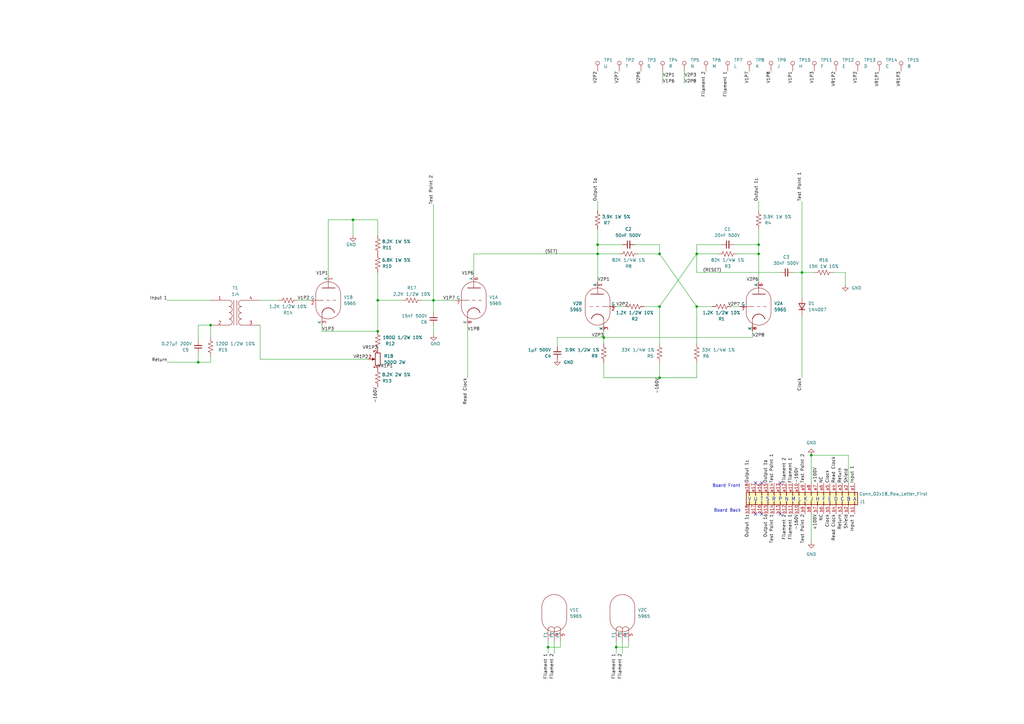
<source format=kicad_sch>
(kicad_sch (version 20211123) (generator eeschema)
  (paper "A3")
  (lib_symbols
    (symbol "Connector:TestPoint" (pin_numbers hide) (pin_names (offset 0.762) hide)
      (property "Reference" "TP" (at 0 6.858 0))
      (property "Value" "TestPoint" (at 0 5.08 0))
      (symbol "TestPoint_0_1"
        (circle (center 0 3.302) (radius 0.762))
      )
      (symbol "TestPoint_1_1"
        (pin passive line (at 0 0 90) (length 2.54) (name "1") (number "1"))
      )
    )
    (symbol "Connector_Generic:Conn_02x18_Row_Letter_First" (pin_names (offset 1.016) hide)
      (property "Reference" "J" (at 1.27 22.86 0))
      (property "Value" "Conn_02x18_Row_Letter_First" (at 1.27 -25.4 0))
      (symbol "Conn_02x18_Row_Letter_First_1_1"
        (rectangle (start -1.27 -22.733) (end 0 -22.987) (stroke (width 0.1524)))
        (rectangle (start -1.27 -20.193) (end 0 -20.447) (stroke (width 0.1524)))
        (rectangle (start -1.27 -17.653) (end 0 -17.907) (stroke (width 0.1524)))
        (rectangle (start -1.27 -15.113) (end 0 -15.367) (stroke (width 0.1524)))
        (rectangle (start -1.27 -12.573) (end 0 -12.827) (stroke (width 0.1524)))
        (rectangle (start -1.27 -10.033) (end 0 -10.287) (stroke (width 0.1524)))
        (rectangle (start -1.27 -7.493) (end 0 -7.747) (stroke (width 0.1524)))
        (rectangle (start -1.27 -4.953) (end 0 -5.207) (stroke (width 0.1524)))
        (rectangle (start -1.27 -2.413) (end 0 -2.667) (stroke (width 0.1524)))
        (rectangle (start -1.27 0.127) (end 0 -0.127) (stroke (width 0.1524)))
        (rectangle (start -1.27 2.667) (end 0 2.413) (stroke (width 0.1524)))
        (rectangle (start -1.27 5.207) (end 0 4.953) (stroke (width 0.1524)))
        (rectangle (start -1.27 7.747) (end 0 7.493) (stroke (width 0.1524)))
        (rectangle (start -1.27 10.287) (end 0 10.033) (stroke (width 0.1524)))
        (rectangle (start -1.27 12.827) (end 0 12.573) (stroke (width 0.1524)))
        (rectangle (start -1.27 15.367) (end 0 15.113) (stroke (width 0.1524)))
        (rectangle (start -1.27 17.907) (end 0 17.653) (stroke (width 0.1524)))
        (rectangle (start -1.27 20.447) (end 0 20.193) (stroke (width 0.1524)))
        (rectangle (start -1.27 21.59) (end 3.81 -24.13) (stroke (width 0.254)) (fill (type background)))
        (rectangle (start 3.81 -22.733) (end 2.54 -22.987) (stroke (width 0.1524)))
        (rectangle (start 3.81 -20.193) (end 2.54 -20.447) (stroke (width 0.1524)))
        (rectangle (start 3.81 -17.653) (end 2.54 -17.907) (stroke (width 0.1524)))
        (rectangle (start 3.81 -15.113) (end 2.54 -15.367) (stroke (width 0.1524)))
        (rectangle (start 3.81 -12.573) (end 2.54 -12.827) (stroke (width 0.1524)))
        (rectangle (start 3.81 -10.033) (end 2.54 -10.287) (stroke (width 0.1524)))
        (rectangle (start 3.81 -7.493) (end 2.54 -7.747) (stroke (width 0.1524)))
        (rectangle (start 3.81 -4.953) (end 2.54 -5.207) (stroke (width 0.1524)))
        (rectangle (start 3.81 -2.413) (end 2.54 -2.667) (stroke (width 0.1524)))
        (rectangle (start 3.81 0.127) (end 2.54 -0.127) (stroke (width 0.1524)))
        (rectangle (start 3.81 2.667) (end 2.54 2.413) (stroke (width 0.1524)))
        (rectangle (start 3.81 5.207) (end 2.54 4.953) (stroke (width 0.1524)))
        (rectangle (start 3.81 7.747) (end 2.54 7.493) (stroke (width 0.1524)))
        (rectangle (start 3.81 10.287) (end 2.54 10.033) (stroke (width 0.1524)))
        (rectangle (start 3.81 12.827) (end 2.54 12.573) (stroke (width 0.1524)))
        (rectangle (start 3.81 15.367) (end 2.54 15.113) (stroke (width 0.1524)))
        (rectangle (start 3.81 17.907) (end 2.54 17.653) (stroke (width 0.1524)))
        (rectangle (start 3.81 20.447) (end 2.54 20.193) (stroke (width 0.1524)))
        (pin passive line (at -5.08 20.32 0) (length 3.81) (name "Pin_a1") (number "a1"))
        (pin passive line (at -5.08 -2.54 0) (length 3.81) (name "Pin_a10") (number "a10"))
        (pin passive line (at -5.08 -5.08 0) (length 3.81) (name "Pin_a11") (number "a11"))
        (pin passive line (at -5.08 -7.62 0) (length 3.81) (name "Pin_a12") (number "a12"))
        (pin passive line (at -5.08 -10.16 0) (length 3.81) (name "Pin_a13") (number "a13"))
        (pin passive line (at -5.08 -12.7 0) (length 3.81) (name "Pin_a14") (number "a14"))
        (pin passive line (at -5.08 -15.24 0) (length 3.81) (name "Pin_a15") (number "a15"))
        (pin passive line (at -5.08 -17.78 0) (length 3.81) (name "Pin_a16") (number "a16"))
        (pin passive line (at -5.08 -20.32 0) (length 3.81) (name "Pin_a17") (number "a17"))
        (pin passive line (at -5.08 -22.86 0) (length 3.81) (name "Pin_a18") (number "a18"))
        (pin passive line (at -5.08 17.78 0) (length 3.81) (name "Pin_a2") (number "a2"))
        (pin passive line (at -5.08 15.24 0) (length 3.81) (name "Pin_a3") (number "a3"))
        (pin passive line (at -5.08 12.7 0) (length 3.81) (name "Pin_a4") (number "a4"))
        (pin passive line (at -5.08 10.16 0) (length 3.81) (name "Pin_a5") (number "a5"))
        (pin passive line (at -5.08 7.62 0) (length 3.81) (name "Pin_a6") (number "a6"))
        (pin passive line (at -5.08 5.08 0) (length 3.81) (name "Pin_a7") (number "a7"))
        (pin passive line (at -5.08 2.54 0) (length 3.81) (name "Pin_a8") (number "a8"))
        (pin passive line (at -5.08 0 0) (length 3.81) (name "Pin_a9") (number "a9"))
        (pin passive line (at 7.62 20.32 180) (length 3.81) (name "Pin_b1") (number "b1"))
        (pin passive line (at 7.62 -2.54 180) (length 3.81) (name "Pin_b10") (number "b10"))
        (pin passive line (at 7.62 -5.08 180) (length 3.81) (name "Pin_b11") (number "b11"))
        (pin passive line (at 7.62 -7.62 180) (length 3.81) (name "Pin_b12") (number "b12"))
        (pin passive line (at 7.62 -10.16 180) (length 3.81) (name "Pin_b13") (number "b13"))
        (pin passive line (at 7.62 -12.7 180) (length 3.81) (name "Pin_b14") (number "b14"))
        (pin passive line (at 7.62 -15.24 180) (length 3.81) (name "Pin_b15") (number "b15"))
        (pin passive line (at 7.62 -17.78 180) (length 3.81) (name "Pin_b16") (number "b16"))
        (pin passive line (at 7.62 -20.32 180) (length 3.81) (name "Pin_b17") (number "b17"))
        (pin passive line (at 7.62 -22.86 180) (length 3.81) (name "Pin_b18") (number "b18"))
        (pin passive line (at 7.62 17.78 180) (length 3.81) (name "Pin_b2") (number "b2"))
        (pin passive line (at 7.62 15.24 180) (length 3.81) (name "Pin_b3") (number "b3"))
        (pin passive line (at 7.62 12.7 180) (length 3.81) (name "Pin_b4") (number "b4"))
        (pin passive line (at 7.62 10.16 180) (length 3.81) (name "Pin_b5") (number "b5"))
        (pin passive line (at 7.62 7.62 180) (length 3.81) (name "Pin_b6") (number "b6"))
        (pin passive line (at 7.62 5.08 180) (length 3.81) (name "Pin_b7") (number "b7"))
        (pin passive line (at 7.62 2.54 180) (length 3.81) (name "Pin_b8") (number "b8"))
        (pin passive line (at 7.62 0 180) (length 3.81) (name "Pin_b9") (number "b9"))
      )
    )
    (symbol "Device:C_Small" (pin_numbers hide) (pin_names (offset 0.254) hide)
      (property "Reference" "C" (at 0.254 1.778 0))
      (property "Value" "C_Small" (at 0.254 -2.032 0))
      (symbol "C_Small_0_1"
        (polyline (pts (xy -1.524 -0.508) (xy 1.524 -0.508)) (stroke (width 0.3302)))
        (polyline (pts (xy -1.524 0.508) (xy 1.524 0.508)) (stroke (width 0.3048)))
      )
      (symbol "C_Small_1_1"
        (pin passive line (at 0 2.54 270) (length 2.032) (name "~") (number "1"))
        (pin passive line (at 0 -2.54 90) (length 2.032) (name "~") (number "2"))
      )
    )
    (symbol "Device:R_Potentiometer" (pin_names (offset 1.016) hide)
      (property "Reference" "RV" (at -4.445 0 90))
      (property "Value" "R_Potentiometer" (at -2.54 0 90))
      (symbol "R_Potentiometer_0_1"
        (polyline (pts (xy 2.54 0) (xy 1.524 0)))
        (polyline (pts (xy 1.143 0) (xy 2.286 0.508) (xy 2.286 -0.508) (xy 1.143 0)) (fill (type outline)))
        (rectangle (start 1.016 2.54) (end -1.016 -2.54) (stroke (width 0.254)))
      )
      (symbol "R_Potentiometer_1_1"
        (pin passive line (at 0 3.81 270) (length 1.27) (name "1") (number "1"))
        (pin passive line (at 3.81 0 180) (length 1.27) (name "2") (number "2"))
        (pin passive line (at 0 -3.81 90) (length 1.27) (name "3") (number "3"))
      )
    )
    (symbol "Device:R_US" (pin_numbers hide) (pin_names (offset 0))
      (property "Reference" "R" (at 2.54 0 90))
      (property "Value" "R_US" (at -2.54 0 90))
      (symbol "R_US_0_1"
        (polyline (pts (xy 0 -2.286) (xy 0 -2.54)))
        (polyline (pts (xy 0 2.286) (xy 0 2.54)))
        (polyline (pts (xy 0 -0.762) (xy 1.016 -1.143) (xy 0 -1.524) (xy -1.016 -1.905) (xy 0 -2.286)))
        (polyline (pts (xy 0 0.762) (xy 1.016 0.381) (xy 0 0) (xy -1.016 -0.381) (xy 0 -0.762)))
        (polyline (pts (xy 0 2.286) (xy 1.016 1.905) (xy 0 1.524) (xy -1.016 1.143) (xy 0 0.762)))
      )
      (symbol "R_US_1_1"
        (pin passive line (at 0 3.81 270) (length 1.27) (name "~") (number "1"))
        (pin passive line (at 0 -3.81 90) (length 1.27) (name "~") (number "2"))
      )
    )
    (symbol "Device:Transformer_1P_1S" (pin_names (offset 1.016) hide)
      (property "Reference" "T" (at 0 6.35 0))
      (property "Value" "Transformer_1P_1S" (at 0 -7.62 0))
      (symbol "Transformer_1P_1S_0_1"
        (arc (start -2.54 -5.0546) (mid -1.6561 -4.6863) (end -1.27 -3.81))
        (arc (start -2.54 -2.5146) (mid -1.6561 -2.1463) (end -1.27 -1.27))
        (arc (start -2.54 0.0254) (mid -1.6561 0.3937) (end -1.27 1.27))
        (arc (start -2.54 2.5654) (mid -1.6561 2.9337) (end -1.27 3.81))
        (arc (start -1.27 -3.81) (mid -1.642 -2.912) (end -2.54 -2.54))
        (arc (start -1.27 -1.27) (mid -1.642 -0.372) (end -2.54 0))
        (arc (start -1.27 1.27) (mid -1.642 2.168) (end -2.54 2.54))
        (arc (start -1.27 3.81) (mid -1.642 4.708) (end -2.54 5.08))
        (polyline (pts (xy -0.635 5.08) (xy -0.635 -5.08)))
        (polyline (pts (xy 0.635 -5.08) (xy 0.635 5.08)))
        (arc (start 1.2954 -1.27) (mid 1.6599 -2.1501) (end 2.54 -2.5146))
        (arc (start 1.2954 1.27) (mid 1.6599 0.3899) (end 2.54 0.0254))
        (arc (start 1.2954 3.81) (mid 1.6599 2.9299) (end 2.54 2.5654))
        (arc (start 1.3208 -3.81) (mid 1.6853 -4.6901) (end 2.5654 -5.0546))
        (arc (start 2.54 0) (mid 1.6456 -0.3683) (end 1.2954 -1.27))
        (arc (start 2.54 2.54) (mid 1.6456 2.1717) (end 1.2954 1.27))
        (arc (start 2.54 5.08) (mid 1.6456 4.7117) (end 1.2954 3.81))
        (arc (start 2.5654 -2.54) (mid 1.671 -2.9083) (end 1.3208 -3.81))
      )
      (symbol "Transformer_1P_1S_1_1"
        (pin passive line (at -10.16 5.08 0) (length 7.62) (name "AA") (number "1"))
        (pin passive line (at -10.16 -5.08 0) (length 7.62) (name "AB") (number "2"))
        (pin passive line (at 10.16 -5.08 180) (length 7.62) (name "SA") (number "3"))
        (pin passive line (at 10.16 5.08 180) (length 7.62) (name "SB") (number "4"))
      )
    )
    (symbol "Diode:1N4007" (pin_numbers hide) (pin_names (offset 1.016) hide)
      (property "Reference" "D" (at 0 2.54 0))
      (property "Value" "1N4007" (at 0 -2.54 0))
      (symbol "1N4007_0_1"
        (polyline (pts (xy -1.27 1.27) (xy -1.27 -1.27)) (stroke (width 0.254)))
        (polyline (pts (xy 1.27 0) (xy -1.27 0)))
        (polyline (pts (xy 1.27 1.27) (xy 1.27 -1.27) (xy -1.27 0) (xy 1.27 1.27)) (stroke (width 0.254)))
      )
      (symbol "1N4007_1_1"
        (pin passive line (at -3.81 0 0) (length 2.54) (name "K") (number "1"))
        (pin passive line (at 3.81 0 180) (length 2.54) (name "A") (number "2"))
      )
    )
    (symbol "Valve:ECC81" (pin_names (offset 0))
      (property "Reference" "U" (at 3.302 7.874 0))
      (property "Value" "ECC81" (at 8.89 -7.62 0))
      (symbol "ECC81_0_1"
        (arc (start -5.08 -2.54) (mid 0 -7.62) (end 5.08 -2.54))
        (polyline (pts (xy 5.08 2.54) (xy 5.08 -2.54)))
        (polyline (pts (xy -5.08 2.54) (xy -5.08 -2.54) (xy -5.08 -2.54)))
        (arc (start 5.08 2.54) (mid 0 7.62) (end -5.08 2.54))
      )
      (symbol "ECC81_1_0"
        (polyline (pts (xy -2.54 -5.08) (xy -2.54 -7.62)))
        (polyline (pts (xy 0 5.08) (xy 0 7.62)))
      )
      (symbol "ECC81_1_1"
        (polyline (pts (xy -5.08 0) (xy -3.175 0)))
        (polyline (pts (xy -1.905 0) (xy -3.175 0)) (stroke (width 0.1524)))
        (polyline (pts (xy -0.635 0) (xy 0.635 0)) (stroke (width 0.1524)))
        (polyline (pts (xy 1.905 0) (xy 3.175 0)) (stroke (width 0.1524)))
        (polyline (pts (xy -2.54 5.08) (xy 2.794 5.08) (xy 2.794 5.08)) (stroke (width 0.254)))
        (arc (start 2.54 -5.08) (mid 0 -3.0968) (end -2.54 -5.08) (stroke (width 0.254)))
        (pin output line (at 0 10.16 270) (length 2.54) (name "A") (number "6"))
        (pin input line (at -7.62 0 0) (length 2.54) (name "G") (number "7"))
        (pin bidirectional line (at -2.54 -10.16 90) (length 2.54) (name "K") (number "8"))
      )
      (symbol "ECC81_2_0"
        (polyline (pts (xy -2.54 -5.08) (xy -2.54 -7.62)))
        (polyline (pts (xy 0 5.08) (xy 0 7.62)))
      )
      (symbol "ECC81_2_1"
        (polyline (pts (xy -5.08 0) (xy -3.175 0)))
        (polyline (pts (xy -1.905 0) (xy -3.175 0)) (stroke (width 0.1524)))
        (polyline (pts (xy -0.635 0) (xy 0.635 0)) (stroke (width 0.1524)))
        (polyline (pts (xy 1.905 0) (xy 3.175 0)) (stroke (width 0.1524)))
        (polyline (pts (xy -2.54 5.08) (xy 2.794 5.08) (xy 2.794 5.08)) (stroke (width 0.254)))
        (arc (start 2.54 -5.08) (mid 0 -3.0968) (end -2.54 -5.08) (stroke (width 0.254)))
        (pin output line (at 0 10.16 270) (length 2.54) (name "A") (number "1"))
        (pin input line (at -7.62 0 0) (length 2.54) (name "G") (number "2"))
        (pin bidirectional line (at -2.54 -10.16 90) (length 2.54) (name "K") (number "3"))
      )
      (symbol "ECC81_3_1"
        (arc (start 0 -6.35) (mid -1.27 -5.5651) (end -2.54 -6.35))
        (arc (start 2.54 -6.35) (mid 1.27 -5.5651) (end 0 -6.35))
        (pin power_in line (at -2.54 -11.43 90) (length 5.08) (name "F1") (number "4"))
        (pin power_in line (at 2.54 -11.43 90) (length 5.08) (name "F1") (number "5"))
        (pin power_in line (at 0 -11.43 90) (length 5.08) (name "F2") (number "9"))
      )
    )
    (symbol "power:GND" (power) (pin_names (offset 0))
      (property "Value" "GND" (at 0 -3.81 0))
      (symbol "GND_0_1"
        (polyline (pts (xy 0 0) (xy 0 -1.27) (xy 1.27 -1.27) (xy 0 -2.54) (xy -1.27 -1.27) (xy 0 -1.27)))
      )
      (symbol "GND_1_1"
        (pin power_in line (at 0 0 270) (length 0) hide (name "GND") (number "1"))
      )
    )
  )
  (junction (at 245.11 100.33))
  (junction (at 311.15 104.14))
  (junction (at 311.15 100.33))
  (junction (at 245.11 104.14))
  (junction (at 154.94 123.19))
  (junction (at 81.28 148.59))
  (junction (at 177.8 123.19))
  (junction (at 247.65 138.43))
  (junction (at 224.79 265.43))
  (junction (at 270.51 154.94))
  (junction (at 270.51 104.14))
  (junction (at 332.74 186.69))
  (junction (at 285.75 125.73))
  (junction (at 252.73 265.43))
  (junction (at 144.78 90.17))
  (junction (at 86.36 133.35))
  (junction (at 328.93 111.76))
  (junction (at 154.94 135.89))
  (junction (at 270.51 125.73))
  (junction (at 285.75 104.14))
  (no_connect (at 312.42 210.82))
  (no_connect (at 309.88 210.82))
  (no_connect (at 320.04 198.12))
  (no_connect (at 312.42 198.12))
  (no_connect (at 309.88 198.12))
  (no_connect (at 320.04 210.82))
  (wire (pts (xy 177.8 123.19) (xy 186.69 123.19)))
  (wire (pts (xy 227.33 262.89) (xy 227.33 267.97)))
  (wire (pts (xy 165.1 123.19) (xy 154.94 123.19)))
  (wire (pts (xy 86.36 146.05) (xy 86.36 148.59)))
  (wire (pts (xy 257.81 265.43) (xy 257.81 262.89)))
  (wire (pts (xy 270.51 104.14) (xy 270.51 100.33)))
  (wire (pts (xy 228.6 138.43) (xy 247.65 138.43)))
  (wire (pts (xy 252.73 265.43) (xy 257.81 265.43)))
  (wire (pts (xy 224.79 265.43) (xy 229.87 265.43)))
  (wire (pts (xy 325.12 111.76) (xy 328.93 111.76)))
  (wire (pts (xy 224.79 265.43) (xy 224.79 267.97)))
  (wire (pts (xy 255.27 262.89) (xy 255.27 267.97)))
  (wire (pts (xy 247.65 148.59) (xy 247.65 154.94)))
  (wire (pts (xy 247.65 135.89) (xy 247.65 138.43)))
  (wire (pts (xy 270.51 148.59) (xy 270.51 154.94)))
  (wire (pts (xy 295.91 100.33) (xy 285.75 100.33)))
  (wire (pts (xy 247.65 154.94) (xy 270.51 154.94)))
  (wire (pts (xy 191.77 133.35) (xy 191.77 154.94)))
  (wire (pts (xy 144.78 90.17) (xy 144.78 96.52)))
  (wire (pts (xy 106.68 133.35) (xy 106.68 147.32)))
  (wire (pts (xy 154.94 123.19) (xy 154.94 135.89)))
  (wire (pts (xy 285.75 125.73) (xy 285.75 140.97)))
  (wire (pts (xy 245.11 104.14) (xy 254 104.14)))
  (wire (pts (xy 280.67 29.21) (xy 280.67 34.29)))
  (wire (pts (xy 311.15 100.33) (xy 311.15 104.14)))
  (wire (pts (xy 285.75 111.76) (xy 320.04 111.76)))
  (wire (pts (xy 132.08 133.35) (xy 132.08 135.89)))
  (wire (pts (xy 285.75 100.33) (xy 285.75 104.14)))
  (wire (pts (xy 245.11 104.14) (xy 245.11 115.57)))
  (wire (pts (xy 194.31 104.14) (xy 194.31 113.03)))
  (wire (pts (xy 81.28 133.35) (xy 86.36 133.35)))
  (wire (pts (xy 332.74 222.25) (xy 332.74 210.82)))
  (wire (pts (xy 252.73 265.43) (xy 252.73 267.97)))
  (wire (pts (xy 229.87 265.43) (xy 229.87 262.89)))
  (wire (pts (xy 270.51 104.14) (xy 285.75 125.73)))
  (wire (pts (xy 311.15 115.57) (xy 311.15 104.14)))
  (wire (pts (xy 347.98 198.12) (xy 347.98 186.69)))
  (wire (pts (xy 177.8 83.82) (xy 177.8 123.19)))
  (wire (pts (xy 285.75 104.14) (xy 285.75 111.76)))
  (wire (pts (xy 328.93 82.55) (xy 328.93 111.76)))
  (wire (pts (xy 121.92 123.19) (xy 127 123.19)))
  (wire (pts (xy 81.28 144.78) (xy 81.28 148.59)))
  (wire (pts (xy 270.51 154.94) (xy 285.75 154.94)))
  (wire (pts (xy 252.73 262.89) (xy 252.73 265.43)))
  (wire (pts (xy 285.75 154.94) (xy 285.75 148.59)))
  (wire (pts (xy 194.31 104.14) (xy 245.11 104.14)))
  (wire (pts (xy 347.98 186.69) (xy 332.74 186.69)))
  (wire (pts (xy 245.11 100.33) (xy 245.11 104.14)))
  (wire (pts (xy 154.94 135.89) (xy 132.08 135.89)))
  (wire (pts (xy 245.11 82.55) (xy 245.11 86.36)))
  (wire (pts (xy 228.6 142.24) (xy 228.6 138.43)))
  (wire (pts (xy 144.78 90.17) (xy 134.62 90.17)))
  (wire (pts (xy 264.16 125.73) (xy 270.51 125.73)))
  (wire (pts (xy 247.65 138.43) (xy 247.65 140.97)))
  (wire (pts (xy 172.72 123.19) (xy 177.8 123.19)))
  (wire (pts (xy 270.51 100.33) (xy 260.35 100.33)))
  (wire (pts (xy 154.94 90.17) (xy 144.78 90.17)))
  (wire (pts (xy 346.71 116.84) (xy 346.71 111.76)))
  (wire (pts (xy 328.93 111.76) (xy 328.93 121.92)))
  (wire (pts (xy 86.36 133.35) (xy 86.36 138.43)))
  (wire (pts (xy 308.61 135.89) (xy 308.61 138.43)))
  (wire (pts (xy 308.61 138.43) (xy 247.65 138.43)))
  (wire (pts (xy 270.51 125.73) (xy 285.75 104.14)))
  (wire (pts (xy 311.15 93.98) (xy 311.15 100.33)))
  (wire (pts (xy 285.75 104.14) (xy 294.64 104.14)))
  (wire (pts (xy 134.62 90.17) (xy 134.62 113.03)))
  (wire (pts (xy 224.79 262.89) (xy 224.79 265.43)))
  (wire (pts (xy 81.28 139.7) (xy 81.28 133.35)))
  (wire (pts (xy 106.68 123.19) (xy 114.3 123.19)))
  (wire (pts (xy 328.93 111.76) (xy 334.01 111.76)))
  (wire (pts (xy 271.78 29.21) (xy 271.78 34.29)))
  (wire (pts (xy 68.58 148.59) (xy 81.28 148.59)))
  (wire (pts (xy 177.8 133.35) (xy 177.8 137.16)))
  (wire (pts (xy 292.1 125.73) (xy 285.75 125.73)))
  (wire (pts (xy 311.15 104.14) (xy 302.26 104.14)))
  (wire (pts (xy 106.68 147.32) (xy 151.13 147.32)))
  (wire (pts (xy 311.15 82.55) (xy 311.15 86.36)))
  (wire (pts (xy 328.93 129.54) (xy 328.93 154.94)))
  (wire (pts (xy 332.74 186.69) (xy 332.74 198.12)))
  (wire (pts (xy 177.8 128.27) (xy 177.8 123.19)))
  (wire (pts (xy 299.72 125.73) (xy 303.53 125.73)))
  (wire (pts (xy 154.94 111.76) (xy 154.94 123.19)))
  (wire (pts (xy 154.94 96.52) (xy 154.94 90.17)))
  (wire (pts (xy 81.28 148.59) (xy 86.36 148.59)))
  (wire (pts (xy 255.27 100.33) (xy 245.11 100.33)))
  (wire (pts (xy 346.71 111.76) (xy 341.63 111.76)))
  (wire (pts (xy 68.58 123.19) (xy 86.36 123.19)))
  (wire (pts (xy 252.73 125.73) (xy 256.54 125.73)))
  (wire (pts (xy 245.11 93.98) (xy 245.11 100.33)))
  (wire (pts (xy 300.99 100.33) (xy 311.15 100.33)))
  (wire (pts (xy 261.62 104.14) (xy 270.51 104.14)))
  (wire (pts (xy 270.51 125.73) (xy 270.51 140.97)))
  (text "Board Back" (at 292.735 210.185 0) (effects (font (size 1.27 1.27)) (justify left bottom)))
  (text "Board Front" (at 292.1 200.025 0) (effects (font (size 1.27 1.27)) (justify left bottom)))
  (text "V U T S R P N M L K J H F E D C B A" (at 306.705 205.74 0) (effects (font (size 1.48 1.48)) (justify left bottom)))
  (label "V2P7" (at 303.53 125.73 180))
  (label "Return" (at 345.44 198.12 90))
  (label "Test Point 2" (at 330.2 210.82 270))
  (label "-160V" (at 327.66 210.82 270))
  (label "Filament 2" (at 255.27 267.97 270))
  (label "Test Point 2" (at 177.8 83.82 90))
  (label "VR1P3" (at 369.57 29.21 270))
  (label "Shield" (at 347.98 198.12 90))
  (label "V2P1" (at 271.78 31.75 0))
  (label "Output 1_{0}" (at 245.11 82.55 90))
  (label "Output 1_{1}" (at 307.34 198.12 90))
  (label "Clock" (at 340.36 198.12 90))
  (label "Clock" (at 340.36 210.82 270))
  (label "Test Point 2" (at 330.2 198.12 90))
  (label "V2P6" (at 311.15 115.57 180))
  (label "Filament 2" (at 289.56 29.21 270))
  (label "Clock" (at 328.93 154.94 270))
  (label "Return" (at 68.58 148.59 180))
  (label "V2P3" (at 280.67 31.75 0))
  (label "Filament 1" (at 298.45 29.21 270))
  (label "Filament 1" (at 224.79 267.97 270))
  (label "Return" (at 345.44 210.82 270))
  (label "Filament 1" (at 252.73 267.97 270))
  (label "-160V" (at 154.94 158.75 270))
  (label "V1P2" (at 351.79 29.21 270))
  (label "Filament 2" (at 227.33 267.97 270))
  (label "Test Point 1" (at 328.93 82.55 90))
  (label "V2P8" (at 308.61 138.43 0))
  (label "V2P3" (at 247.65 138.43 180))
  (label "VR1P2" (at 151.13 147.32 180))
  (label "Filament 2" (at 322.58 210.82 270))
  (label "V2P1" (at 245.11 115.57 0))
  (label "V1P3" (at 132.08 135.89 0))
  (label "Filament 1" (at 325.12 198.12 90))
  (label "V1P1" (at 325.12 29.21 270))
  (label "Input 1" (at 68.58 123.19 180))
  (label "Filament 1" (at 325.12 210.82 270))
  (label "V1P8" (at 191.77 135.89 0))
  (label "V1P6" (at 194.31 113.03 180))
  (label "VR1P1" (at 360.68 29.21 270))
  (label "V1P1" (at 134.62 113.03 180))
  (label "NC" (at 337.82 210.82 270))
  (label "V1P6" (at 271.78 34.29 0))
  (label "VR1P1" (at 154.94 151.13 0))
  (label "-160V" (at 327.66 198.12 90))
  (label "V2P6" (at 262.89 29.21 270))
  (label "V1P7" (at 186.69 123.19 180))
  (label "V1P3" (at 334.01 29.21 270))
  (label "V1P8" (at 316.23 29.21 270))
  (label "+100V" (at 335.28 210.82 270))
  (label "Filament 2" (at 322.58 198.12 90))
  (label "Output 1_{1}" (at 311.15 82.55 90))
  (label "Output 1_{1}" (at 307.34 210.82 270))
  (label "V2P2" (at 245.11 29.21 270))
  (label "V2P2" (at 252.73 125.73 0))
  (label "Shield" (at 347.98 210.82 270))
  (label "V2P7" (at 254 29.21 270))
  (label "V1P7" (at 307.34 29.21 270))
  (label "Input 1" (at 350.52 198.12 90))
  (label "Input 1" (at 350.52 210.82 270))
  (label "-160V" (at 270.51 154.94 270))
  (label "Read Clock" (at 342.9 210.82 270))
  (label "VR1P2" (at 342.9 29.21 270))
  (label "Read Clock" (at 342.9 198.12 90))
  (label "(RESET)" (at 288.29 111.76 0))
  (label "Output 1_{0}" (at 314.96 198.12 90))
  (label "Read Clock" (at 191.77 154.94 270))
  (label "VR1P3" (at 154.94 143.51 180))
  (label "V2P8" (at 280.67 34.29 0))
  (label "V1P2" (at 127 123.19 180))
  (label "Test Point 1" (at 317.5 210.82 270))
  (label "NC" (at 337.82 198.12 90))
  (label "(SET)" (at 223.52 104.14 0))
  (label "+100V" (at 335.28 198.12 90))
  (label "Output 1_{0}" (at 314.96 210.82 270))
  (label "Test Point 1" (at 317.5 198.12 90))
  (symbol (lib_id "Device:R_US") (at 154.94 139.7 0) (unit 1)
    (property "Reference" "R12" (at 160.02 140.97 0))
    (property "Value" "180Ω 1/2W 10%" (at 165.1 138.43 0))
    (property "Footprint" "Resistor_THT:R_Axial_DIN0411_L9.9mm_D3.6mm_P15.24mm_Horizontal" (effects hide))
  )
  (symbol (lib_id "Device:R_US") (at 247.65 144.78 0) (unit 1)
    (property "Reference" "R9" (at 243.84 146.05 0))
    (property "Value" "3.9K 1/2W 1%" (at 238.76 143.51 0))
    (property "Footprint" "Resistor_THT:R_Axial_DIN0617_L17.0mm_D6.0mm_P25.40mm_Horizontal" (effects hide))
  )
  (symbol (lib_id "Connector:TestPoint") (at 298.45 29.21 0) (mirror y) (unit 1)
    (property "Reference" "TP7" (at 300.99 24.6379 0) (effects (justify right)))
    (property "Value" "L" (at 300.99 27.1779 0) (effects (justify right)))
    (property "Footprint" "TestPoint:TestPoint_Plated_Hole_D2.0mm" (effects hide))
  )
  (symbol (lib_id "Connector:TestPoint") (at 289.56 29.21 0) (mirror y) (unit 1)
    (property "Reference" "TP6" (at 292.1 24.6379 0) (effects (justify right)))
    (property "Value" "M" (at 292.1 27.1779 0) (effects (justify right)))
    (property "Footprint" "TestPoint:TestPoint_Plated_Hole_D2.0mm" (effects hide))
  )
  (symbol (lib_id "Connector:TestPoint") (at 316.23 29.21 0) (mirror y) (unit 1)
    (property "Reference" "TP9" (at 318.77 24.6379 0) (effects (justify right)))
    (property "Value" "J" (at 318.77 27.1779 0) (effects (justify right)))
    (property "Footprint" "TestPoint:TestPoint_Plated_Hole_D2.0mm" (effects hide))
  )
  (symbol (lib_id "Diode:1N4007") (at 328.93 125.73 90) (unit 1)
    (property "Reference" "D1" (at 331.47 124.4599 90) (effects (justify right)))
    (property "Value" "1N4007" (at 331.47 126.9999 90) (effects (justify right)))
    (property "Footprint" "Diode_THT:D_DO-35_SOD27_P12.70mm_Horizontal" (effects hide))
    (property "Datasheet" "http://www.vishay.com/docs/88503/1n4001.pdf" (effects hide))
  )
  (symbol (lib_id "Device:C_Small") (at 322.58 111.76 90) (unit 1)
    (property "Reference" "C3" (at 323.85 105.41 90) (effects (justify left)))
    (property "Value" "30nF 500V" (at 327.66 107.95 90) (effects (justify left)))
    (property "Footprint" "Capacitor_THT:C_Axial_L12.0mm_D6.5mm_P20.00mm_Horizontal" (effects hide))
  )
  (symbol (lib_id "Connector_Generic:Conn_02x18_Row_Letter_First") (at 330.2 203.2 270) (unit 1)
    (property "Reference" "J1" (at 353.695 205.74 90))
    (property "Value" "Conn_02x18_Row_Letter_First" (at 366.395 202.565 90))
    (property "Footprint" "Bendix_G15:Card_Edge_F_Key" (effects hide))
  )
  (symbol (lib_id "Connector:TestPoint") (at 307.34 29.21 0) (mirror y) (unit 1)
    (property "Reference" "TP8" (at 309.88 24.6379 0) (effects (justify right)))
    (property "Value" "K" (at 309.88 27.1779 0) (effects (justify right)))
    (property "Footprint" "TestPoint:TestPoint_Plated_Hole_D2.0mm" (effects hide))
  )
  (symbol (lib_id "Device:C_Small") (at 228.6 144.78 180) (unit 1)
    (property "Reference" "C4" (at 226.06 146.05 0) (effects (justify left)))
    (property "Value" "1µF 500V" (at 226.06 143.51 0) (effects (justify left)))
    (property "Footprint" "Capacitor_THT:C_Axial_L12.0mm_D6.5mm_P20.00mm_Horizontal" (effects hide))
  )
  (symbol (lib_id "Device:C_Small") (at 298.45 100.33 90) (unit 1)
    (property "Reference" "C1" (at 299.72 93.98 90) (effects (justify left)))
    (property "Value" "20nF 500V" (at 303.53 96.52 90) (effects (justify left)))
    (property "Footprint" "Capacitor_THT:C_Axial_L12.0mm_D6.5mm_P20.00mm_Horizontal" (effects hide))
  )
  (symbol (lib_id "Device:R_US") (at 245.11 90.17 0) (unit 1)
    (property "Reference" "R7" (at 248.92 91.44 0))
    (property "Value" "3.9K 1W 5%" (at 252.73 88.9 0))
    (property "Footprint" "Resistor_THT:R_Axial_DIN0516_L15.5mm_D5.0mm_P20.32mm_Horizontal" (effects hide))
  )
  (symbol (lib_id "Connector:TestPoint") (at 342.9 29.21 0) (mirror y) (unit 1)
    (property "Reference" "TP12" (at 345.44 24.6379 0) (effects (justify right)))
    (property "Value" "E" (at 345.44 27.1779 0) (effects (justify right)))
    (property "Footprint" "TestPoint:TestPoint_Plated_Hole_D2.0mm" (effects hide))
  )
  (symbol (lib_id "power:GND") (at 332.74 186.69 180) (unit 1)
    (property "Reference" "#PWR0101" (effects hide))
    (property "Value" "GND" (at 332.74 181.61 0))
  )
  (symbol (lib_id "Device:R_US") (at 295.91 125.73 270) (unit 1)
    (property "Reference" "R1" (at 295.91 130.81 90))
    (property "Value" "1.2K 1/2W 10%" (at 295.91 128.27 90))
    (property "Footprint" "Resistor_THT:R_Axial_DIN0411_L9.9mm_D3.6mm_P15.24mm_Horizontal" (effects hide))
  )
  (symbol (lib_id "Device:R_US") (at 270.51 144.78 0) (unit 1)
    (property "Reference" "R5" (at 266.7 146.05 0))
    (property "Value" "33K 1/4W 1%" (at 261.62 143.51 0))
    (property "Footprint" "Resistor_THT:R_Axial_DIN0516_L15.5mm_D5.0mm_P20.32mm_Horizontal" (effects hide))
  )
  (symbol (lib_id "Device:R_US") (at 168.91 123.19 90) (unit 1)
    (property "Reference" "R17" (at 168.91 118.11 90))
    (property "Value" "2.2K 1/2W 10%" (at 168.91 120.65 90))
    (property "Footprint" "Resistor_THT:R_Axial_DIN0411_L9.9mm_D3.6mm_P15.24mm_Horizontal" (effects hide))
  )
  (symbol (lib_id "Connector:TestPoint") (at 325.12 29.21 0) (mirror y) (unit 1)
    (property "Reference" "TP10" (at 327.66 24.6379 0) (effects (justify right)))
    (property "Value" "H" (at 327.66 27.1779 0) (effects (justify right)))
    (property "Footprint" "TestPoint:TestPoint_Plated_Hole_D2.0mm" (effects hide))
  )
  (symbol (lib_id "Connector:TestPoint") (at 262.89 29.21 0) (mirror y) (unit 1)
    (property "Reference" "TP3" (at 265.43 24.6379 0) (effects (justify right)))
    (property "Value" "S" (at 265.43 27.1779 0) (effects (justify right)))
    (property "Footprint" "TestPoint:TestPoint_Plated_Hole_D2.0mm" (effects hide))
  )
  (symbol (lib_id "Valve:ECC81") (at 134.62 123.19 0) (unit 2)
    (property "Reference" "V1" (at 140.97 121.9199 0) (effects (justify left)))
    (property "Value" "5965" (at 140.97 124.4599 0) (effects (justify left)))
    (property "Datasheet" "http://www.r-type.org/pdfs/ecc81.pdf" (effects hide))
  )
  (symbol (lib_id "power:GND") (at 346.71 116.84 0) (unit 1)
    (property "Reference" "#PWR0105" (effects hide))
    (property "Value" "GND" (at 349.25 118.1099 0) (effects (justify left)))
  )
  (symbol (lib_id "Device:C_Small") (at 81.28 142.24 180) (unit 1)
    (property "Reference" "C5" (at 77.47 143.51 0) (effects (justify left)))
    (property "Value" "0.27µF 200V" (at 78.74 140.97 0) (effects (justify left)))
    (property "Footprint" "Capacitor_THT:C_Axial_L22.0mm_D10.5mm_P27.50mm_Horizontal" (effects hide))
  )
  (symbol (lib_id "Device:C_Small") (at 257.81 100.33 90) (unit 1)
    (property "Reference" "C2" (at 259.08 93.98 90) (effects (justify left)))
    (property "Value" "50nF 500V" (at 262.89 96.52 90) (effects (justify left)))
    (property "Footprint" "Capacitor_THT:C_Axial_L12.0mm_D6.5mm_P20.00mm_Horizontal" (effects hide))
  )
  (symbol (lib_id "Device:R_US") (at 154.94 107.95 0) (unit 1)
    (property "Reference" "R10" (at 158.75 109.22 0))
    (property "Value" "6.8K 1W 5%" (at 162.56 106.68 0))
    (property "Footprint" "Resistor_THT:R_Axial_DIN0516_L15.5mm_D5.0mm_P20.32mm_Horizontal" (effects hide))
  )
  (symbol (lib_id "Valve:ECC81") (at 227.33 251.46 0) (unit 3)
    (property "Reference" "V1" (at 233.68 250.1899 0) (effects (justify left)))
    (property "Value" "5965" (at 233.68 252.7299 0) (effects (justify left)))
    (property "Datasheet" "http://www.r-type.org/pdfs/ecc81.pdf" (effects hide))
  )
  (symbol (lib_id "power:GND") (at 332.74 222.25 0) (unit 1)
    (property "Reference" "#PWR0102" (effects hide))
    (property "Value" "GND" (at 332.74 227.33 0))
  )
  (symbol (lib_id "Valve:ECC81") (at 311.15 125.73 0) (unit 1)
    (property "Reference" "V2" (at 317.5 124.46 0) (effects (justify left)))
    (property "Value" "5965" (at 317.5 127 0) (effects (justify left)))
    (property "Datasheet" "http://www.r-type.org/pdfs/ecc81.pdf" (effects hide))
  )
  (symbol (lib_id "Device:R_US") (at 118.11 123.19 270) (unit 1)
    (property "Reference" "R14" (at 118.11 128.27 90))
    (property "Value" "1.2K 1/2W 10%" (at 118.11 125.73 90))
    (property "Footprint" "Resistor_THT:R_Axial_DIN0411_L9.9mm_D3.6mm_P15.24mm_Horizontal" (effects hide))
  )
  (symbol (lib_id "Device:R_US") (at 285.75 144.78 0) (unit 1)
    (property "Reference" "R6" (at 289.56 146.05 0))
    (property "Value" "33K 1/4W 1%" (at 294.64 143.51 0))
    (property "Footprint" "Resistor_THT:R_Axial_DIN0516_L15.5mm_D5.0mm_P20.32mm_Horizontal" (effects hide))
  )
  (symbol (lib_id "Device:R_US") (at 154.94 100.33 0) (unit 1)
    (property "Reference" "R11" (at 158.75 101.6 0))
    (property "Value" "8.2K 1W 5%" (at 162.56 99.06 0))
    (property "Footprint" "Resistor_THT:R_Axial_DIN0516_L15.5mm_D5.0mm_P20.32mm_Horizontal" (effects hide))
  )
  (symbol (lib_id "power:GND") (at 177.8 137.16 0) (unit 1)
    (property "Reference" "#PWR0104" (effects hide))
    (property "Value" "GND" (at 176.53 140.97 0) (effects (justify left)))
  )
  (symbol (lib_id "Device:R_US") (at 337.82 111.76 90) (unit 1)
    (property "Reference" "R16" (at 337.82 106.68 90))
    (property "Value" "15K 1W 10%" (at 337.82 109.22 90))
    (property "Footprint" "Resistor_THT:R_Axial_DIN0614_L14.3mm_D5.7mm_P25.40mm_Horizontal" (effects hide))
  )
  (symbol (lib_id "Valve:ECC81") (at 245.11 125.73 0) (mirror y) (unit 2)
    (property "Reference" "V2" (at 238.76 124.4599 0) (effects (justify left)))
    (property "Value" "5965" (at 238.76 126.9999 0) (effects (justify left)))
    (property "Datasheet" "http://www.r-type.org/pdfs/ecc81.pdf" (effects hide))
  )
  (symbol (lib_id "Valve:ECC81") (at 194.31 123.19 0) (unit 1)
    (property "Reference" "V1" (at 200.66 121.9199 0) (effects (justify left)))
    (property "Value" "5965" (at 200.66 124.4599 0) (effects (justify left)))
    (property "Datasheet" "http://www.r-type.org/pdfs/ecc81.pdf" (effects hide))
  )
  (symbol (lib_id "Device:R_Potentiometer") (at 154.94 147.32 180) (unit 1)
    (property "Reference" "R18" (at 157.48 146.0499 0) (effects (justify right)))
    (property "Value" "500Ω 2W" (at 157.48 148.5899 0) (effects (justify right)))
  )
  (symbol (lib_id "Connector:TestPoint") (at 254 29.21 0) (mirror y) (unit 1)
    (property "Reference" "TP2" (at 256.54 24.6379 0) (effects (justify right)))
    (property "Value" "T" (at 256.54 27.1779 0) (effects (justify right)))
    (property "Footprint" "TestPoint:TestPoint_Plated_Hole_D2.0mm" (effects hide))
  )
  (symbol (lib_id "power:GND") (at 144.78 96.52 0) (mirror y) (unit 1)
    (property "Reference" "#PWR0103" (effects hide))
    (property "Value" "GND" (at 146.05 100.33 0) (effects (justify left)))
  )
  (symbol (lib_id "Connector:TestPoint") (at 271.78 29.21 0) (mirror y) (unit 1)
    (property "Reference" "TP4" (at 274.32 24.6379 0) (effects (justify right)))
    (property "Value" "R" (at 274.32 27.1779 0) (effects (justify right)))
    (property "Footprint" "TestPoint:TestPoint_Plated_Hole_D2.0mm" (effects hide))
  )
  (symbol (lib_id "Valve:ECC81") (at 255.27 251.46 0) (unit 3)
    (property "Reference" "V2" (at 261.62 250.1899 0) (effects (justify left)))
    (property "Value" "5965" (at 261.62 252.7299 0) (effects (justify left)))
    (property "Datasheet" "http://www.r-type.org/pdfs/ecc81.pdf" (effects hide))
  )
  (symbol (lib_id "Device:R_US") (at 298.45 104.14 270) (unit 1)
    (property "Reference" "R3" (at 298.45 109.22 90))
    (property "Value" "82K 1/4W 1%" (at 298.45 106.68 90))
    (property "Footprint" "Resistor_THT:R_Axial_DIN0516_L15.5mm_D5.0mm_P20.32mm_Horizontal" (effects hide))
  )
  (symbol (lib_id "Connector:TestPoint") (at 369.57 29.21 0) (mirror y) (unit 1)
    (property "Reference" "TP15" (at 372.11 24.6379 0) (effects (justify right)))
    (property "Value" "B" (at 372.11 27.1779 0) (effects (justify right)))
    (property "Footprint" "TestPoint:TestPoint_Plated_Hole_D2.0mm" (effects hide))
  )
  (symbol (lib_id "power:GND") (at 228.6 147.32 0) (unit 1)
    (property "Reference" "#PWR0106" (effects hide))
    (property "Value" "GND" (at 231.14 148.5899 0) (effects (justify left)))
  )
  (symbol (lib_id "Connector:TestPoint") (at 334.01 29.21 0) (mirror y) (unit 1)
    (property "Reference" "TP11" (at 336.55 24.6379 0) (effects (justify right)))
    (property "Value" "F" (at 336.55 27.1779 0) (effects (justify right)))
    (property "Footprint" "TestPoint:TestPoint_Plated_Hole_D2.0mm" (effects hide))
  )
  (symbol (lib_id "Device:R_US") (at 86.36 142.24 0) (unit 1)
    (property "Reference" "R15" (at 91.44 143.51 0))
    (property "Value" "120Ω 1/2W 10%" (at 96.52 140.97 0))
    (property "Footprint" "Resistor_THT:R_Axial_DIN0411_L9.9mm_D3.6mm_P15.24mm_Horizontal" (effects hide))
  )
  (symbol (lib_id "Device:C_Small") (at 177.8 130.81 180) (unit 1)
    (property "Reference" "C6" (at 175.26 132.08 0) (effects (justify left)))
    (property "Value" "15nF 500V" (at 175.26 129.54 0) (effects (justify left)))
    (property "Footprint" "Capacitor_THT:C_Axial_L12.0mm_D6.5mm_P20.00mm_Horizontal" (effects hide))
  )
  (symbol (lib_id "Device:R_US") (at 311.15 90.17 0) (unit 1)
    (property "Reference" "R4" (at 314.96 91.44 0))
    (property "Value" "3.9K 1W 5%" (at 318.77 88.9 0))
    (property "Footprint" "Resistor_THT:R_Axial_DIN0516_L15.5mm_D5.0mm_P20.32mm_Horizontal" (effects hide))
  )
  (symbol (lib_id "Device:R_US") (at 260.35 125.73 270) (unit 1)
    (property "Reference" "R2" (at 260.35 130.81 90))
    (property "Value" "1.2K 1/2W 10%" (at 260.35 128.27 90))
    (property "Footprint" "Resistor_THT:R_Axial_DIN0411_L9.9mm_D3.6mm_P15.24mm_Horizontal" (effects hide))
  )
  (symbol (lib_id "Connector:TestPoint") (at 280.67 29.21 0) (mirror y) (unit 1)
    (property "Reference" "TP5" (at 283.21 24.6379 0) (effects (justify right)))
    (property "Value" "N" (at 283.21 27.1779 0) (effects (justify right)))
    (property "Footprint" "TestPoint:TestPoint_Plated_Hole_D2.0mm" (effects hide))
  )
  (symbol (lib_id "Device:Transformer_1P_1S") (at 96.52 128.27 0) (unit 1)
    (property "Reference" "T1" (at 96.5327 118.11 0))
    (property "Value" "1:4" (at 96.5327 120.65 0))
    (property "Footprint" "Transformer_THT:Transformer_Toroid_Horizontal_D14.0mm_Amidon-T50" (effects hide))
  )
  (symbol (lib_id "Connector:TestPoint") (at 245.11 29.21 0) (mirror y) (unit 1)
    (property "Reference" "TP1" (at 247.65 24.6379 0) (effects (justify right)))
    (property "Value" "U" (at 247.65 27.1779 0) (effects (justify right)))
    (property "Footprint" "TestPoint:TestPoint_Plated_Hole_D2.0mm" (effects hide))
  )
  (symbol (lib_id "Device:R_US") (at 154.94 154.94 0) (unit 1)
    (property "Reference" "R13" (at 158.75 156.21 0))
    (property "Value" "8.2K 2W 5%" (at 162.56 153.67 0))
    (property "Footprint" "Resistor_THT:R_Axial_DIN0918_L18.0mm_D9.0mm_P22.86mm_Horizontal" (effects hide))
  )
  (symbol (lib_id "Connector:TestPoint") (at 360.68 29.21 0) (mirror y) (unit 1)
    (property "Reference" "TP14" (at 363.22 24.6379 0) (effects (justify right)))
    (property "Value" "C" (at 363.22 27.1779 0) (effects (justify right)))
    (property "Footprint" "TestPoint:TestPoint_Plated_Hole_D2.0mm" (effects hide))
  )
  (symbol (lib_id "Device:R_US") (at 257.81 104.14 270) (unit 1)
    (property "Reference" "R8" (at 257.81 109.22 90))
    (property "Value" "82K 1/4W 1%" (at 257.81 106.68 90))
    (property "Footprint" "Resistor_THT:R_Axial_DIN0516_L15.5mm_D5.0mm_P20.32mm_Horizontal" (effects hide))
  )
  (symbol (lib_id "Connector:TestPoint") (at 351.79 29.21 0) (mirror y) (unit 1)
    (property "Reference" "TP13" (at 354.33 24.6379 0) (effects (justify right)))
    (property "Value" "D" (at 354.33 27.1779 0) (effects (justify right)))
    (property "Footprint" "TestPoint:TestPoint_Plated_Hole_D2.0mm" (effects hide))
  )
)
</source>
